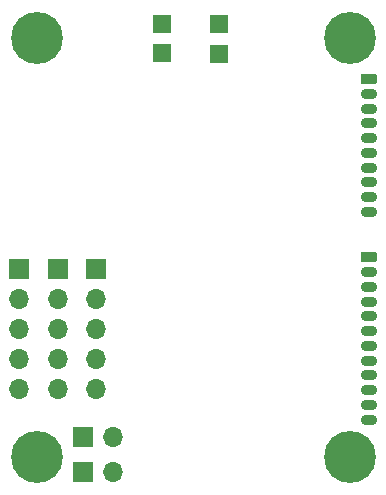
<source format=gbr>
%TF.GenerationSoftware,KiCad,Pcbnew,(6.0.0-0)*%
%TF.CreationDate,2022-04-13T11:49:57+02:00*%
%TF.ProjectId,Main,4d61696e-2e6b-4696-9361-645f70636258,rev?*%
%TF.SameCoordinates,Original*%
%TF.FileFunction,Soldermask,Bot*%
%TF.FilePolarity,Negative*%
%FSLAX46Y46*%
G04 Gerber Fmt 4.6, Leading zero omitted, Abs format (unit mm)*
G04 Created by KiCad (PCBNEW (6.0.0-0)) date 2022-04-13 11:49:57*
%MOMM*%
%LPD*%
G01*
G04 APERTURE LIST*
G04 Aperture macros list*
%AMRoundRect*
0 Rectangle with rounded corners*
0 $1 Rounding radius*
0 $2 $3 $4 $5 $6 $7 $8 $9 X,Y pos of 4 corners*
0 Add a 4 corners polygon primitive as box body*
4,1,4,$2,$3,$4,$5,$6,$7,$8,$9,$2,$3,0*
0 Add four circle primitives for the rounded corners*
1,1,$1+$1,$2,$3*
1,1,$1+$1,$4,$5*
1,1,$1+$1,$6,$7*
1,1,$1+$1,$8,$9*
0 Add four rect primitives between the rounded corners*
20,1,$1+$1,$2,$3,$4,$5,0*
20,1,$1+$1,$4,$5,$6,$7,0*
20,1,$1+$1,$6,$7,$8,$9,0*
20,1,$1+$1,$8,$9,$2,$3,0*%
G04 Aperture macros list end*
%ADD10R,1.700000X1.700000*%
%ADD11O,1.700000X1.700000*%
%ADD12C,4.400000*%
%ADD13RoundRect,0.225000X-0.475000X0.225000X-0.475000X-0.225000X0.475000X-0.225000X0.475000X0.225000X0*%
%ADD14O,1.400000X0.900000*%
%ADD15R,1.500000X1.500000*%
G04 APERTURE END LIST*
D10*
%TO.C,J8*%
X71950000Y-105725000D03*
D11*
X74490000Y-105725000D03*
%TD*%
D12*
%TO.C,H4*%
X68000000Y-69000000D03*
%TD*%
D10*
%TO.C,J4*%
X66525000Y-88550000D03*
D11*
X66525000Y-91090000D03*
X66525000Y-93630000D03*
X66525000Y-96170000D03*
X66525000Y-98710000D03*
%TD*%
D10*
%TO.C,J5*%
X69775000Y-88550000D03*
D11*
X69775000Y-91090000D03*
X69775000Y-93630000D03*
X69775000Y-96170000D03*
X69775000Y-98710000D03*
%TD*%
D10*
%TO.C,J6*%
X73025000Y-88550000D03*
D11*
X73025000Y-91090000D03*
X73025000Y-93630000D03*
X73025000Y-96170000D03*
X73025000Y-98710000D03*
%TD*%
D13*
%TO.C,J7*%
X96100000Y-87575000D03*
D14*
X96100000Y-88825000D03*
X96100000Y-90075000D03*
X96100000Y-91325000D03*
X96100000Y-92575000D03*
X96100000Y-93825000D03*
X96100000Y-95075000D03*
X96100000Y-96325000D03*
X96100000Y-97575000D03*
X96100000Y-98825000D03*
X96100000Y-100075000D03*
X96100000Y-101325000D03*
%TD*%
D12*
%TO.C,H2*%
X94500000Y-69000000D03*
%TD*%
D10*
%TO.C,J3*%
X71950000Y-102775000D03*
D11*
X74490000Y-102775000D03*
%TD*%
D12*
%TO.C,H1*%
X68000000Y-104500000D03*
%TD*%
%TO.C,H3*%
X94500000Y-104500000D03*
%TD*%
D13*
%TO.C,J1*%
X96100000Y-72475000D03*
D14*
X96100000Y-73725000D03*
X96100000Y-74975000D03*
X96100000Y-76225000D03*
X96100000Y-77475000D03*
X96100000Y-78725000D03*
X96100000Y-79975000D03*
X96100000Y-81225000D03*
X96100000Y-82475000D03*
X96100000Y-83725000D03*
%TD*%
D15*
%TO.C,TP2*%
X83400000Y-70400000D03*
%TD*%
%TO.C,TP3*%
X83400000Y-67800000D03*
%TD*%
%TO.C,TP1*%
X78600000Y-70250000D03*
%TD*%
%TO.C,TP5*%
X78600000Y-67800000D03*
%TD*%
M02*

</source>
